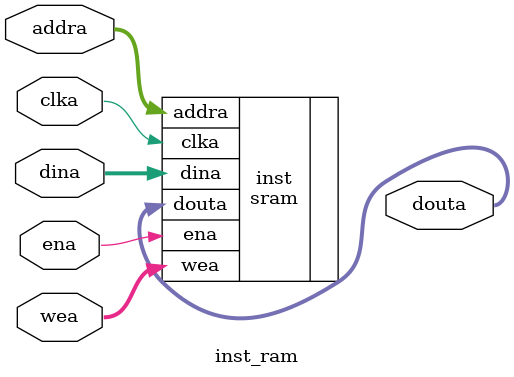
<source format=v>
`ifndef INST_RAM_COE
`define INST_RAM_COE "../verify/coe/func_inst_ram.coe"
`endif

module inst_ram(
  input wire clka,
  input wire ena,
  input wire [3:0] wea,
  input wire [17:0] addra,
  input wire [31:0] dina,
  output reg [31:0] douta
);

sram # (
  .init(1),
  .init_coe(`INST_RAM_COE),
  .addr_width(18)
) inst (
  .clka(clka),
  .ena(ena),
  .wea(wea),
  .addra(addra),
  .dina(dina),
  .douta(douta)
);

endmodule

</source>
